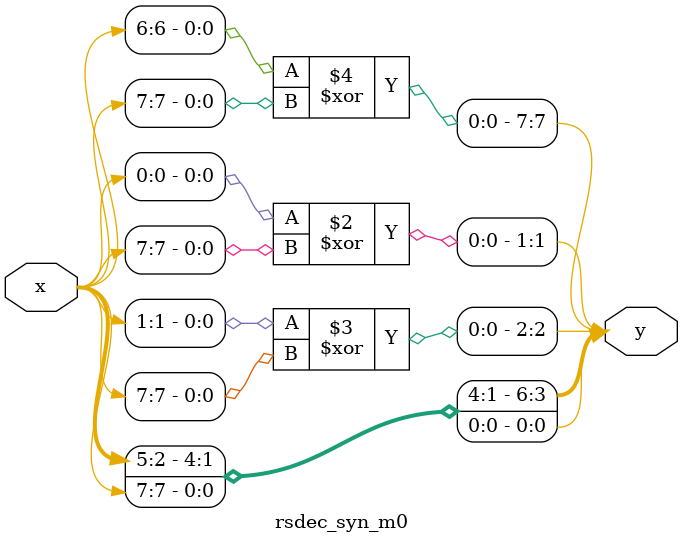
<source format=sv>
module rsdec_syn_m0 (y, x);
	input [7:0] x;
	output [7:0] y;
	reg [7:0] y;
	always @ (x)
	begin
		y[0] = x[7];
		y[1] = x[0] ^ x[7];
		y[2] = x[1] ^ x[7];
		y[3] = x[2];
		y[4] = x[3];
		y[5] = x[4];
		y[6] = x[5];
		y[7] = x[6] ^ x[7];
	end
endmodule


</source>
